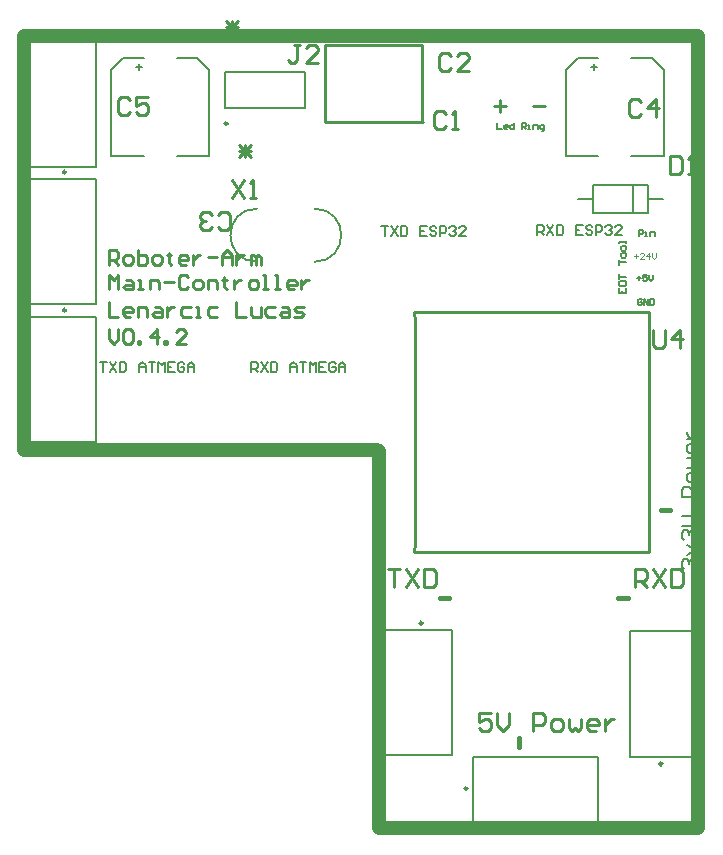
<source format=gto>
G04*
G04 #@! TF.GenerationSoftware,Altium Limited,Altium Designer,22.2.1 (43)*
G04*
G04 Layer_Color=65535*
%FSLAX44Y44*%
%MOMM*%
G71*
G04*
G04 #@! TF.SameCoordinates,82B9A7A7-C451-481E-A025-ABCBCC36AE2A*
G04*
G04*
G04 #@! TF.FilePolarity,Positive*
G04*
G01*
G75*
%ADD10C,0.2500*%
%ADD11C,0.2000*%
%ADD12C,0.4000*%
%ADD13C,0.2540*%
%ADD14C,0.1200*%
%ADD15C,0.1540*%
%ADD16C,0.2040*%
%ADD17C,1.2000*%
D10*
X125250Y720000D02*
G03*
X125250Y720000I-1250J0D01*
G01*
X630250Y219000D02*
G03*
X630250Y219000I-1250J0D01*
G01*
X125250Y836000D02*
G03*
X125250Y836000I-1250J0D01*
G01*
X427250Y338000D02*
G03*
X427250Y338000I-1250J0D01*
G01*
X465250Y198000D02*
G03*
X465250Y198000I-1250J0D01*
G01*
X125250Y603000D02*
G03*
X125250Y603000I-1250J0D01*
G01*
X262070Y761002D02*
G03*
X262070Y761002I-1250J0D01*
G01*
D11*
X335800Y644000D02*
G03*
X335800Y689000I0J22500D01*
G01*
X287000D02*
G03*
X287000Y644000I0J-22500D01*
G01*
X93500Y608000D02*
Y714000D01*
X150500D01*
Y608000D02*
Y714000D01*
X93500Y608000D02*
X150500D01*
X659500Y225000D02*
Y331000D01*
X602500Y225000D02*
X659500D01*
X602500D02*
Y331000D01*
X659500D01*
X93500Y724000D02*
Y830000D01*
X150500D01*
Y724000D02*
Y830000D01*
X93500Y724000D02*
X150500D01*
X395500Y226000D02*
X452500D01*
Y332000D01*
X395500D02*
X452500D01*
X395500Y226000D02*
Y332000D01*
X576000Y167500D02*
Y224500D01*
X470000D02*
X576000D01*
X470000Y167500D02*
Y224500D01*
Y167500D02*
X576000D01*
X93500Y491000D02*
Y597000D01*
X150500D01*
Y491000D02*
Y597000D01*
X93500Y491000D02*
X150500D01*
X605550Y685250D02*
Y708750D01*
X618250Y697000D02*
X630950D01*
X559050D02*
X571750D01*
Y685250D02*
Y708750D01*
X618250D01*
Y685250D02*
Y708750D01*
X571750Y685250D02*
X618250D01*
X187250Y806240D02*
Y811240D01*
X184750Y808740D02*
X189750D01*
X163500Y806500D02*
X173500Y816500D01*
X163500Y733500D02*
Y806500D01*
X246500Y733500D02*
Y806500D01*
X236500Y816500D02*
X246500Y806500D01*
X173500Y816500D02*
X191000D01*
X219000D02*
X236500D01*
X219000Y733500D02*
X246500D01*
X163500D02*
X191000D01*
X572250Y806240D02*
Y811240D01*
X569750Y808740D02*
X574750D01*
X548500Y806500D02*
X558500Y816500D01*
X548500Y733500D02*
Y806500D01*
X631500Y733500D02*
Y806500D01*
X621500Y816500D02*
X631500Y806500D01*
X558500Y816500D02*
X576000D01*
X604000D02*
X621500D01*
X604000Y733500D02*
X631500D01*
X548500D02*
X576000D01*
X327320Y774502D02*
Y804502D01*
X260320Y774502D02*
Y804502D01*
X327320D01*
X260320Y774502D02*
X327320D01*
D12*
X442001Y359499D02*
X450001D01*
X593001D02*
X601001D01*
X629001Y433499D02*
X637001D01*
X508499Y232999D02*
Y240999D01*
D13*
X420220Y597760D02*
Y601310D01*
Y398440D02*
Y401990D01*
X420480Y402250D02*
Y597500D01*
X420220Y398440D02*
X619220D01*
X420220Y601310D02*
X619220D01*
Y398440D02*
Y601310D01*
X344600Y762500D02*
X427862D01*
X344600D02*
Y827500D01*
X426910D01*
Y762500D02*
Y826770D01*
X520540Y775540D02*
X530697D01*
X487540Y775618D02*
X497697D01*
X492618Y780697D02*
Y770540D01*
X161540Y620540D02*
Y632776D01*
X165619Y628697D01*
X169697Y632776D01*
Y620540D01*
X175815Y628697D02*
X179894D01*
X181933Y626658D01*
Y620540D01*
X175815D01*
X173776Y622579D01*
X175815Y624619D01*
X181933D01*
X186012Y620540D02*
X190091D01*
X188051D01*
Y628697D01*
X186012D01*
X196209Y620540D02*
Y628697D01*
X202327D01*
X204366Y626658D01*
Y620540D01*
X208445Y626658D02*
X216602D01*
X228838Y630737D02*
X226799Y632776D01*
X222720D01*
X220681Y630737D01*
Y622579D01*
X222720Y620540D01*
X226799D01*
X228838Y622579D01*
X234956Y620540D02*
X239035D01*
X241074Y622579D01*
Y626658D01*
X239035Y628697D01*
X234956D01*
X232917Y626658D01*
Y622579D01*
X234956Y620540D01*
X245153D02*
Y628697D01*
X251271D01*
X253310Y626658D01*
Y620540D01*
X259428Y630737D02*
Y628697D01*
X257389D01*
X261468D01*
X259428D01*
Y622579D01*
X261468Y620540D01*
X267586Y628697D02*
Y620540D01*
Y624619D01*
X269625Y626658D01*
X271664Y628697D01*
X273704D01*
X281861Y620540D02*
X285940D01*
X287979Y622579D01*
Y626658D01*
X285940Y628697D01*
X281861D01*
X279822Y626658D01*
Y622579D01*
X281861Y620540D01*
X292058D02*
X296136D01*
X294097D01*
Y632776D01*
X292058D01*
X302255Y620540D02*
X306333D01*
X304294D01*
Y632776D01*
X302255D01*
X318569Y620540D02*
X314491D01*
X312451Y622579D01*
Y626658D01*
X314491Y628697D01*
X318569D01*
X320609Y626658D01*
Y624619D01*
X312451D01*
X324687Y628697D02*
Y620540D01*
Y624619D01*
X326727Y626658D01*
X328766Y628697D01*
X330805D01*
X161540Y586776D02*
Y578619D01*
X165619Y574540D01*
X169697Y578619D01*
Y586776D01*
X173776Y584737D02*
X175815Y586776D01*
X179894D01*
X181933Y584737D01*
Y576579D01*
X179894Y574540D01*
X175815D01*
X173776Y576579D01*
Y584737D01*
X186012Y574540D02*
Y576579D01*
X188051D01*
Y574540D01*
X186012D01*
X202327D02*
Y586776D01*
X196209Y580658D01*
X204366D01*
X208445Y574540D02*
Y576579D01*
X210484D01*
Y574540D01*
X208445D01*
X226799D02*
X218641D01*
X226799Y582697D01*
Y584737D01*
X224760Y586776D01*
X220681D01*
X218641Y584737D01*
X161540Y609776D02*
Y597540D01*
X169697D01*
X179894D02*
X175815D01*
X173776Y599579D01*
Y603658D01*
X175815Y605697D01*
X179894D01*
X181933Y603658D01*
Y601619D01*
X173776D01*
X186012Y597540D02*
Y605697D01*
X192130D01*
X194169Y603658D01*
Y597540D01*
X200287Y605697D02*
X204366D01*
X206406Y603658D01*
Y597540D01*
X200287D01*
X198248Y599579D01*
X200287Y601619D01*
X206406D01*
X210484Y605697D02*
Y597540D01*
Y601619D01*
X212523Y603658D01*
X214563Y605697D01*
X216602D01*
X230878D02*
X224760D01*
X222720Y603658D01*
Y599579D01*
X224760Y597540D01*
X230878D01*
X234956D02*
X239035D01*
X236996D01*
Y605697D01*
X234956D01*
X253310D02*
X247192D01*
X245153Y603658D01*
Y599579D01*
X247192Y597540D01*
X253310D01*
X269625Y609776D02*
Y597540D01*
X277782D01*
X281861Y605697D02*
Y599579D01*
X283900Y597540D01*
X290018D01*
Y605697D01*
X302255D02*
X296136D01*
X294097Y603658D01*
Y599579D01*
X296136Y597540D01*
X302255D01*
X308372Y605697D02*
X312451D01*
X314491Y603658D01*
Y597540D01*
X308372D01*
X306333Y599579D01*
X308372Y601619D01*
X314491D01*
X318569Y597540D02*
X324687D01*
X326727Y599579D01*
X324687Y601619D01*
X320609D01*
X318569Y603658D01*
X320609Y605697D01*
X326727D01*
X161540Y641540D02*
Y653776D01*
X167658D01*
X169697Y651737D01*
Y647658D01*
X167658Y645619D01*
X161540D01*
X165619D02*
X169697Y641540D01*
X175815D02*
X179894D01*
X181933Y643579D01*
Y647658D01*
X179894Y649697D01*
X175815D01*
X173776Y647658D01*
Y643579D01*
X175815Y641540D01*
X186012Y653776D02*
Y641540D01*
X192130D01*
X194169Y643579D01*
Y645619D01*
Y647658D01*
X192130Y649697D01*
X186012D01*
X200287Y641540D02*
X204366D01*
X206406Y643579D01*
Y647658D01*
X204366Y649697D01*
X200287D01*
X198248Y647658D01*
Y643579D01*
X200287Y641540D01*
X212523Y651737D02*
Y649697D01*
X210484D01*
X214563D01*
X212523D01*
Y643579D01*
X214563Y641540D01*
X226799D02*
X222720D01*
X220681Y643579D01*
Y647658D01*
X222720Y649697D01*
X226799D01*
X228838Y647658D01*
Y645619D01*
X220681D01*
X232917Y649697D02*
Y641540D01*
Y645619D01*
X234956Y647658D01*
X236996Y649697D01*
X239035D01*
X245153Y647658D02*
X253310D01*
X257389Y641540D02*
Y649697D01*
X261468Y653776D01*
X265546Y649697D01*
Y641540D01*
Y647658D01*
X257389D01*
X269625Y649697D02*
Y641540D01*
Y645619D01*
X271664Y647658D01*
X273704Y649697D01*
X275743D01*
X281861Y641540D02*
Y649697D01*
X283900D01*
X285940Y647658D01*
Y641540D01*
Y647658D01*
X287979Y649697D01*
X290018Y647658D01*
Y641540D01*
X397687Y383618D02*
X407843D01*
X402765D01*
Y368382D01*
X412922Y383618D02*
X423078Y368382D01*
Y383618D02*
X412922Y368382D01*
X428157Y383618D02*
Y368382D01*
X435774D01*
X438313Y370922D01*
Y381078D01*
X435774Y383618D01*
X428157D01*
X622604Y586048D02*
Y573352D01*
X625144Y570812D01*
X630222D01*
X632761Y573352D01*
Y586048D01*
X645457Y570812D02*
Y586048D01*
X637840Y578430D01*
X647996D01*
X606687Y368382D02*
Y383618D01*
X614304D01*
X616843Y381078D01*
Y376000D01*
X614304Y373461D01*
X606687D01*
X611765D02*
X616843Y368382D01*
X621922Y383618D02*
X632078Y368382D01*
Y383618D02*
X621922Y368382D01*
X637157Y383618D02*
Y368382D01*
X644774D01*
X647313Y370922D01*
Y381078D01*
X644774Y383618D01*
X637157D01*
X485025Y261618D02*
X474869D01*
Y254000D01*
X479947Y256539D01*
X482486D01*
X485025Y254000D01*
Y248922D01*
X482486Y246383D01*
X477408D01*
X474869Y248922D01*
X490104Y261618D02*
Y251461D01*
X495182Y246383D01*
X500260Y251461D01*
Y261618D01*
X520574Y246383D02*
Y261618D01*
X528191D01*
X530730Y259078D01*
Y254000D01*
X528191Y251461D01*
X520574D01*
X538348Y246383D02*
X543426D01*
X545965Y248922D01*
Y254000D01*
X543426Y256539D01*
X538348D01*
X535809Y254000D01*
Y248922D01*
X538348Y246383D01*
X551044Y256539D02*
Y248922D01*
X553583Y246383D01*
X556122Y248922D01*
X558661Y246383D01*
X561201Y248922D01*
Y256539D01*
X573896Y246383D02*
X568818D01*
X566279Y248922D01*
Y254000D01*
X568818Y256539D01*
X573896D01*
X576436Y254000D01*
Y251461D01*
X566279D01*
X581514Y256539D02*
Y246383D01*
Y251461D01*
X584053Y254000D01*
X586592Y256539D01*
X589132D01*
X266098Y712873D02*
X276255Y697638D01*
Y712873D02*
X266098Y697638D01*
X281333D02*
X286411D01*
X283872D01*
Y712873D01*
X281333Y710334D01*
X323461Y827617D02*
X318382D01*
X320922D01*
Y814922D01*
X318382Y812383D01*
X315843D01*
X313304Y814922D01*
X338696Y812383D02*
X328539D01*
X338696Y822539D01*
Y825078D01*
X336157Y827617D01*
X331078D01*
X328539Y825078D01*
X636843Y733617D02*
Y718382D01*
X644461D01*
X647000Y720922D01*
Y731078D01*
X644461Y733617D01*
X636843D01*
X652078Y718382D02*
X657157D01*
X654618D01*
Y733617D01*
X652078Y731078D01*
X179461Y781078D02*
X176922Y783617D01*
X171843D01*
X169304Y781078D01*
Y770922D01*
X171843Y768382D01*
X176922D01*
X179461Y770922D01*
X194696Y783617D02*
X184539D01*
Y776000D01*
X189618Y778539D01*
X192157D01*
X194696Y776000D01*
Y770922D01*
X192157Y768382D01*
X187078D01*
X184539Y770922D01*
X612461Y779078D02*
X609922Y781618D01*
X604843D01*
X602304Y779078D01*
Y768922D01*
X604843Y766383D01*
X609922D01*
X612461Y768922D01*
X625157Y766383D02*
Y781618D01*
X617539Y774000D01*
X627696D01*
X254289Y673672D02*
X256828Y671133D01*
X261907D01*
X264446Y673672D01*
Y683828D01*
X261907Y686367D01*
X256828D01*
X254289Y683828D01*
X249211Y673672D02*
X246672Y671133D01*
X241593D01*
X239054Y673672D01*
Y676211D01*
X241593Y678750D01*
X244132D01*
X241593D01*
X239054Y681289D01*
Y683828D01*
X241593Y686367D01*
X246672D01*
X249211Y683828D01*
X451007Y818030D02*
X448467Y820569D01*
X443389D01*
X440850Y818030D01*
Y807873D01*
X443389Y805334D01*
X448467D01*
X451007Y807873D01*
X466242Y805334D02*
X456085D01*
X466242Y815491D01*
Y818030D01*
X463703Y820569D01*
X458624D01*
X456085Y818030D01*
X446689Y768754D02*
X444150Y771293D01*
X439071D01*
X436532Y768754D01*
Y758597D01*
X439071Y756058D01*
X444150D01*
X446689Y758597D01*
X451767Y756058D02*
X456845D01*
X454306D01*
Y771293D01*
X451767Y768754D01*
X260858Y847594D02*
X271015Y837437D01*
X260858D02*
X271015Y847594D01*
X260858Y842515D02*
X271015D01*
X265936Y837437D02*
Y847594D01*
X271432Y742846D02*
X281589Y732689D01*
X271432D02*
X281589Y742846D01*
X271432Y737767D02*
X281589D01*
X276510Y732689D02*
Y742846D01*
D14*
X606200Y648699D02*
X609532D01*
X607866Y650365D02*
Y647033D01*
X614531Y646200D02*
X611198D01*
X614531Y649532D01*
Y650365D01*
X613698Y651198D01*
X612031D01*
X611198Y650365D01*
X618696Y646200D02*
Y651198D01*
X616197Y648699D01*
X619529D01*
X621195Y651198D02*
Y647866D01*
X622861Y646200D01*
X624527Y647866D01*
Y651198D01*
D15*
X608540Y630159D02*
X612032D01*
X610286Y631905D02*
Y628413D01*
X617271Y632778D02*
X613778D01*
Y630159D01*
X615524Y631032D01*
X616397D01*
X617271Y630159D01*
Y628413D01*
X616397Y627540D01*
X614651D01*
X613778Y628413D01*
X619017Y632778D02*
Y629286D01*
X620763Y627540D01*
X622509Y629286D01*
Y632778D01*
X613032Y611905D02*
X612159Y612778D01*
X610413D01*
X609540Y611905D01*
Y608413D01*
X610413Y607540D01*
X612159D01*
X613032Y608413D01*
Y610159D01*
X611286D01*
X614778Y607540D02*
Y612778D01*
X618270Y607540D01*
Y612778D01*
X620017D02*
Y607540D01*
X622636D01*
X623509Y608413D01*
Y611905D01*
X622636Y612778D01*
X620017D01*
X610540Y665540D02*
Y670778D01*
X613159D01*
X614032Y669905D01*
Y668159D01*
X613159Y667286D01*
X610540D01*
X615778Y665540D02*
X617524D01*
X616651D01*
Y669032D01*
X615778D01*
X620144Y665540D02*
Y669032D01*
X622763D01*
X623636Y668159D01*
Y665540D01*
X593462Y621539D02*
Y617540D01*
X599460D01*
Y621539D01*
X596461Y617540D02*
Y619539D01*
X593462Y626537D02*
Y624538D01*
X594462Y623538D01*
X598460D01*
X599460Y624538D01*
Y626537D01*
X598460Y627537D01*
X594462D01*
X593462Y626537D01*
Y629536D02*
Y633535D01*
Y631535D01*
X599460D01*
X593462Y641532D02*
Y645531D01*
Y643532D01*
X599460D01*
Y648530D02*
Y650529D01*
X598460Y651529D01*
X596461D01*
X595461Y650529D01*
Y648530D01*
X596461Y647530D01*
X598460D01*
X599460Y648530D01*
Y654528D02*
Y656527D01*
X598460Y657527D01*
X596461D01*
X595461Y656527D01*
Y654528D01*
X596461Y653528D01*
X598460D01*
X599460Y654528D01*
Y659526D02*
Y661526D01*
Y660526D01*
X593462D01*
Y659526D01*
X490540Y761524D02*
Y756286D01*
X494032D01*
X498397D02*
X496651D01*
X495778Y757159D01*
Y758905D01*
X496651Y759778D01*
X498397D01*
X499271Y758905D01*
Y758032D01*
X495778D01*
X504509Y761524D02*
Y756286D01*
X501890D01*
X501017Y757159D01*
Y758905D01*
X501890Y759778D01*
X504509D01*
X511493Y756286D02*
Y761524D01*
X514112D01*
X514985Y760651D01*
Y758905D01*
X514112Y758032D01*
X511493D01*
X513239D02*
X514985Y756286D01*
X516731D02*
X518478D01*
X517604D01*
Y759778D01*
X516731D01*
X521097Y756286D02*
Y759778D01*
X523716D01*
X524589Y758905D01*
Y756286D01*
X528081Y754540D02*
X528954D01*
X529827Y755413D01*
Y759778D01*
X527208D01*
X526335Y758905D01*
Y757159D01*
X527208Y756286D01*
X529827D01*
X392305Y674119D02*
X397797D01*
X395051D01*
Y665881D01*
X400542Y674119D02*
X406034Y665881D01*
Y674119D02*
X400542Y665881D01*
X408780Y674119D02*
Y665881D01*
X412898D01*
X414271Y667254D01*
Y672746D01*
X412898Y674119D01*
X408780D01*
X430746D02*
X425254D01*
Y665881D01*
X430746D01*
X425254Y670000D02*
X428000D01*
X438983Y672746D02*
X437610Y674119D01*
X434865D01*
X433492Y672746D01*
Y671373D01*
X434865Y670000D01*
X437610D01*
X438983Y668627D01*
Y667254D01*
X437610Y665881D01*
X434865D01*
X433492Y667254D01*
X441729Y665881D02*
Y674119D01*
X445848D01*
X447220Y672746D01*
Y670000D01*
X445848Y668627D01*
X441729D01*
X449966Y672746D02*
X451339Y674119D01*
X454085D01*
X455458Y672746D01*
Y671373D01*
X454085Y670000D01*
X452712D01*
X454085D01*
X455458Y668627D01*
Y667254D01*
X454085Y665881D01*
X451339D01*
X449966Y667254D01*
X463695Y665881D02*
X458204D01*
X463695Y671373D01*
Y672746D01*
X462322Y674119D01*
X459576D01*
X458204Y672746D01*
X524305Y666881D02*
Y675118D01*
X528424D01*
X529797Y673745D01*
Y671000D01*
X528424Y669627D01*
X524305D01*
X527051D02*
X529797Y666881D01*
X532542Y675118D02*
X538034Y666881D01*
Y675118D02*
X532542Y666881D01*
X540780Y675118D02*
Y666881D01*
X544898D01*
X546271Y668254D01*
Y673745D01*
X544898Y675118D01*
X540780D01*
X562746D02*
X557254D01*
Y666881D01*
X562746D01*
X557254Y671000D02*
X560000D01*
X570983Y673745D02*
X569610Y675118D01*
X566865D01*
X565492Y673745D01*
Y672373D01*
X566865Y671000D01*
X569610D01*
X570983Y669627D01*
Y668254D01*
X569610Y666881D01*
X566865D01*
X565492Y668254D01*
X573729Y666881D02*
Y675118D01*
X577848D01*
X579221Y673745D01*
Y671000D01*
X577848Y669627D01*
X573729D01*
X581966Y673745D02*
X583339Y675118D01*
X586085D01*
X587458Y673745D01*
Y672373D01*
X586085Y671000D01*
X584712D01*
X586085D01*
X587458Y669627D01*
Y668254D01*
X586085Y666881D01*
X583339D01*
X581966Y668254D01*
X595695Y666881D02*
X590204D01*
X595695Y672373D01*
Y673745D01*
X594322Y675118D01*
X591577D01*
X590204Y673745D01*
X154186Y559119D02*
X159678D01*
X156932D01*
Y550881D01*
X162424Y559119D02*
X167915Y550881D01*
Y559119D02*
X162424Y550881D01*
X170661Y559119D02*
Y550881D01*
X174780D01*
X176152Y552254D01*
Y557746D01*
X174780Y559119D01*
X170661D01*
X187136Y550881D02*
Y556373D01*
X189881Y559119D01*
X192627Y556373D01*
Y550881D01*
Y555000D01*
X187136D01*
X195373Y559119D02*
X200864D01*
X198119D01*
Y550881D01*
X203610D02*
Y559119D01*
X206356Y556373D01*
X209102Y559119D01*
Y550881D01*
X217339Y559119D02*
X211847D01*
Y550881D01*
X217339D01*
X211847Y555000D02*
X214593D01*
X225576Y557746D02*
X224203Y559119D01*
X221458D01*
X220085Y557746D01*
Y552254D01*
X221458Y550881D01*
X224203D01*
X225576Y552254D01*
Y555000D01*
X222831D01*
X228322Y550881D02*
Y556373D01*
X231068Y559119D01*
X233814Y556373D01*
Y550881D01*
Y555000D01*
X228322D01*
X282186Y550881D02*
Y559119D01*
X286305D01*
X287678Y557746D01*
Y555000D01*
X286305Y553627D01*
X282186D01*
X284932D02*
X287678Y550881D01*
X290424Y559119D02*
X295915Y550881D01*
Y559119D02*
X290424Y550881D01*
X298661Y559119D02*
Y550881D01*
X302780D01*
X304153Y552254D01*
Y557746D01*
X302780Y559119D01*
X298661D01*
X315136Y550881D02*
Y556373D01*
X317881Y559119D01*
X320627Y556373D01*
Y550881D01*
Y555000D01*
X315136D01*
X323373Y559119D02*
X328864D01*
X326119D01*
Y550881D01*
X331610D02*
Y559119D01*
X334356Y556373D01*
X337102Y559119D01*
Y550881D01*
X345339Y559119D02*
X339847D01*
Y550881D01*
X345339D01*
X339847Y555000D02*
X342593D01*
X353576Y557746D02*
X352203Y559119D01*
X349458D01*
X348085Y557746D01*
Y552254D01*
X349458Y550881D01*
X352203D01*
X353576Y552254D01*
Y555000D01*
X350831D01*
X356322Y550881D02*
Y556373D01*
X359068Y559119D01*
X361814Y556373D01*
Y550881D01*
Y555000D01*
X356322D01*
D16*
X648921Y383879D02*
X646882Y385918D01*
Y389997D01*
X648921Y392036D01*
X650961D01*
X653000Y389997D01*
Y387957D01*
Y389997D01*
X655039Y392036D01*
X657079D01*
X659118Y389997D01*
Y385918D01*
X657079Y383879D01*
X650961Y396115D02*
X659118Y400193D01*
X650961Y404272D01*
X648921Y408351D02*
X646882Y410390D01*
Y414469D01*
X648921Y416508D01*
X650961D01*
X653000Y414469D01*
Y412430D01*
Y414469D01*
X655039Y416508D01*
X657079D01*
X659118Y414469D01*
Y410390D01*
X657079Y408351D01*
X646882Y420587D02*
X655039D01*
X659118Y424666D01*
X655039Y428744D01*
X646882D01*
X659118Y445059D02*
X646882D01*
Y451177D01*
X648921Y453216D01*
X653000D01*
X655039Y451177D01*
Y445059D01*
X659118Y459334D02*
Y463413D01*
X657079Y465452D01*
X653000D01*
X650961Y463413D01*
Y459334D01*
X653000Y457295D01*
X657079D01*
X659118Y459334D01*
X650961Y469531D02*
X657079D01*
X659118Y471571D01*
X657079Y473610D01*
X659118Y475649D01*
X657079Y477688D01*
X650961D01*
X659118Y487885D02*
Y483806D01*
X657079Y481767D01*
X653000D01*
X650961Y483806D01*
Y487885D01*
X653000Y489925D01*
X655039D01*
Y481767D01*
X650961Y494003D02*
X659118D01*
X655039D01*
X653000Y496043D01*
X650961Y498082D01*
Y500121D01*
D17*
X90000Y485000D02*
Y835000D01*
X660745D01*
X660750Y834996D01*
Y165000D02*
Y834996D01*
X390000Y165000D02*
X660750D01*
X390000D02*
Y484000D01*
X389000Y485000D02*
X390000Y484000D01*
X90000Y485000D02*
X389000D01*
M02*

</source>
